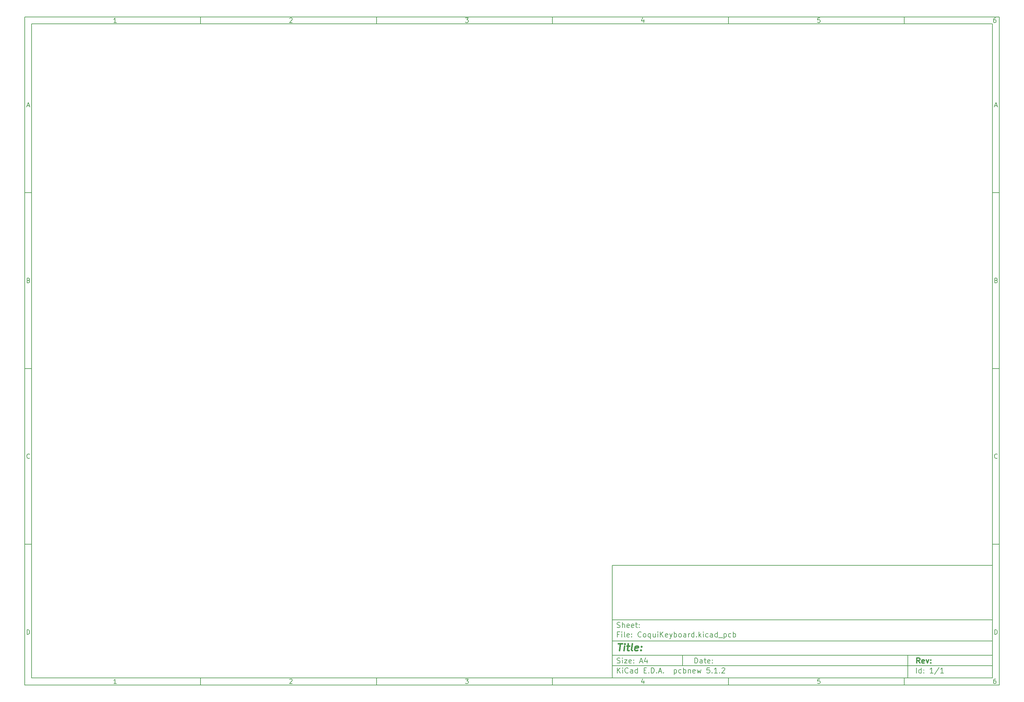
<source format=gbr>
%TF.GenerationSoftware,KiCad,Pcbnew,5.1.2*%
%TF.CreationDate,2019-06-09T19:24:23-04:00*%
%TF.ProjectId,CoquiKeyboard,436f7175-694b-4657-9962-6f6172642e6b,rev?*%
%TF.SameCoordinates,Original*%
%TF.FileFunction,Paste,Top*%
%TF.FilePolarity,Positive*%
%FSLAX46Y46*%
G04 Gerber Fmt 4.6, Leading zero omitted, Abs format (unit mm)*
G04 Created by KiCad (PCBNEW 5.1.2) date 2019-06-09 19:24:23*
%MOMM*%
%LPD*%
G04 APERTURE LIST*
%ADD10C,0.100000*%
%ADD11C,0.150000*%
%ADD12C,0.300000*%
%ADD13C,0.400000*%
G04 APERTURE END LIST*
D10*
D11*
X177002200Y-166007200D02*
X177002200Y-198007200D01*
X285002200Y-198007200D01*
X285002200Y-166007200D01*
X177002200Y-166007200D01*
D10*
D11*
X10000000Y-10000000D02*
X10000000Y-200007200D01*
X287002200Y-200007200D01*
X287002200Y-10000000D01*
X10000000Y-10000000D01*
D10*
D11*
X12000000Y-12000000D02*
X12000000Y-198007200D01*
X285002200Y-198007200D01*
X285002200Y-12000000D01*
X12000000Y-12000000D01*
D10*
D11*
X60000000Y-12000000D02*
X60000000Y-10000000D01*
D10*
D11*
X110000000Y-12000000D02*
X110000000Y-10000000D01*
D10*
D11*
X160000000Y-12000000D02*
X160000000Y-10000000D01*
D10*
D11*
X210000000Y-12000000D02*
X210000000Y-10000000D01*
D10*
D11*
X260000000Y-12000000D02*
X260000000Y-10000000D01*
D10*
D11*
X36065476Y-11588095D02*
X35322619Y-11588095D01*
X35694047Y-11588095D02*
X35694047Y-10288095D01*
X35570238Y-10473809D01*
X35446428Y-10597619D01*
X35322619Y-10659523D01*
D10*
D11*
X85322619Y-10411904D02*
X85384523Y-10350000D01*
X85508333Y-10288095D01*
X85817857Y-10288095D01*
X85941666Y-10350000D01*
X86003571Y-10411904D01*
X86065476Y-10535714D01*
X86065476Y-10659523D01*
X86003571Y-10845238D01*
X85260714Y-11588095D01*
X86065476Y-11588095D01*
D10*
D11*
X135260714Y-10288095D02*
X136065476Y-10288095D01*
X135632142Y-10783333D01*
X135817857Y-10783333D01*
X135941666Y-10845238D01*
X136003571Y-10907142D01*
X136065476Y-11030952D01*
X136065476Y-11340476D01*
X136003571Y-11464285D01*
X135941666Y-11526190D01*
X135817857Y-11588095D01*
X135446428Y-11588095D01*
X135322619Y-11526190D01*
X135260714Y-11464285D01*
D10*
D11*
X185941666Y-10721428D02*
X185941666Y-11588095D01*
X185632142Y-10226190D02*
X185322619Y-11154761D01*
X186127380Y-11154761D01*
D10*
D11*
X236003571Y-10288095D02*
X235384523Y-10288095D01*
X235322619Y-10907142D01*
X235384523Y-10845238D01*
X235508333Y-10783333D01*
X235817857Y-10783333D01*
X235941666Y-10845238D01*
X236003571Y-10907142D01*
X236065476Y-11030952D01*
X236065476Y-11340476D01*
X236003571Y-11464285D01*
X235941666Y-11526190D01*
X235817857Y-11588095D01*
X235508333Y-11588095D01*
X235384523Y-11526190D01*
X235322619Y-11464285D01*
D10*
D11*
X285941666Y-10288095D02*
X285694047Y-10288095D01*
X285570238Y-10350000D01*
X285508333Y-10411904D01*
X285384523Y-10597619D01*
X285322619Y-10845238D01*
X285322619Y-11340476D01*
X285384523Y-11464285D01*
X285446428Y-11526190D01*
X285570238Y-11588095D01*
X285817857Y-11588095D01*
X285941666Y-11526190D01*
X286003571Y-11464285D01*
X286065476Y-11340476D01*
X286065476Y-11030952D01*
X286003571Y-10907142D01*
X285941666Y-10845238D01*
X285817857Y-10783333D01*
X285570238Y-10783333D01*
X285446428Y-10845238D01*
X285384523Y-10907142D01*
X285322619Y-11030952D01*
D10*
D11*
X60000000Y-198007200D02*
X60000000Y-200007200D01*
D10*
D11*
X110000000Y-198007200D02*
X110000000Y-200007200D01*
D10*
D11*
X160000000Y-198007200D02*
X160000000Y-200007200D01*
D10*
D11*
X210000000Y-198007200D02*
X210000000Y-200007200D01*
D10*
D11*
X260000000Y-198007200D02*
X260000000Y-200007200D01*
D10*
D11*
X36065476Y-199595295D02*
X35322619Y-199595295D01*
X35694047Y-199595295D02*
X35694047Y-198295295D01*
X35570238Y-198481009D01*
X35446428Y-198604819D01*
X35322619Y-198666723D01*
D10*
D11*
X85322619Y-198419104D02*
X85384523Y-198357200D01*
X85508333Y-198295295D01*
X85817857Y-198295295D01*
X85941666Y-198357200D01*
X86003571Y-198419104D01*
X86065476Y-198542914D01*
X86065476Y-198666723D01*
X86003571Y-198852438D01*
X85260714Y-199595295D01*
X86065476Y-199595295D01*
D10*
D11*
X135260714Y-198295295D02*
X136065476Y-198295295D01*
X135632142Y-198790533D01*
X135817857Y-198790533D01*
X135941666Y-198852438D01*
X136003571Y-198914342D01*
X136065476Y-199038152D01*
X136065476Y-199347676D01*
X136003571Y-199471485D01*
X135941666Y-199533390D01*
X135817857Y-199595295D01*
X135446428Y-199595295D01*
X135322619Y-199533390D01*
X135260714Y-199471485D01*
D10*
D11*
X185941666Y-198728628D02*
X185941666Y-199595295D01*
X185632142Y-198233390D02*
X185322619Y-199161961D01*
X186127380Y-199161961D01*
D10*
D11*
X236003571Y-198295295D02*
X235384523Y-198295295D01*
X235322619Y-198914342D01*
X235384523Y-198852438D01*
X235508333Y-198790533D01*
X235817857Y-198790533D01*
X235941666Y-198852438D01*
X236003571Y-198914342D01*
X236065476Y-199038152D01*
X236065476Y-199347676D01*
X236003571Y-199471485D01*
X235941666Y-199533390D01*
X235817857Y-199595295D01*
X235508333Y-199595295D01*
X235384523Y-199533390D01*
X235322619Y-199471485D01*
D10*
D11*
X285941666Y-198295295D02*
X285694047Y-198295295D01*
X285570238Y-198357200D01*
X285508333Y-198419104D01*
X285384523Y-198604819D01*
X285322619Y-198852438D01*
X285322619Y-199347676D01*
X285384523Y-199471485D01*
X285446428Y-199533390D01*
X285570238Y-199595295D01*
X285817857Y-199595295D01*
X285941666Y-199533390D01*
X286003571Y-199471485D01*
X286065476Y-199347676D01*
X286065476Y-199038152D01*
X286003571Y-198914342D01*
X285941666Y-198852438D01*
X285817857Y-198790533D01*
X285570238Y-198790533D01*
X285446428Y-198852438D01*
X285384523Y-198914342D01*
X285322619Y-199038152D01*
D10*
D11*
X10000000Y-60000000D02*
X12000000Y-60000000D01*
D10*
D11*
X10000000Y-110000000D02*
X12000000Y-110000000D01*
D10*
D11*
X10000000Y-160000000D02*
X12000000Y-160000000D01*
D10*
D11*
X10690476Y-35216666D02*
X11309523Y-35216666D01*
X10566666Y-35588095D02*
X11000000Y-34288095D01*
X11433333Y-35588095D01*
D10*
D11*
X11092857Y-84907142D02*
X11278571Y-84969047D01*
X11340476Y-85030952D01*
X11402380Y-85154761D01*
X11402380Y-85340476D01*
X11340476Y-85464285D01*
X11278571Y-85526190D01*
X11154761Y-85588095D01*
X10659523Y-85588095D01*
X10659523Y-84288095D01*
X11092857Y-84288095D01*
X11216666Y-84350000D01*
X11278571Y-84411904D01*
X11340476Y-84535714D01*
X11340476Y-84659523D01*
X11278571Y-84783333D01*
X11216666Y-84845238D01*
X11092857Y-84907142D01*
X10659523Y-84907142D01*
D10*
D11*
X11402380Y-135464285D02*
X11340476Y-135526190D01*
X11154761Y-135588095D01*
X11030952Y-135588095D01*
X10845238Y-135526190D01*
X10721428Y-135402380D01*
X10659523Y-135278571D01*
X10597619Y-135030952D01*
X10597619Y-134845238D01*
X10659523Y-134597619D01*
X10721428Y-134473809D01*
X10845238Y-134350000D01*
X11030952Y-134288095D01*
X11154761Y-134288095D01*
X11340476Y-134350000D01*
X11402380Y-134411904D01*
D10*
D11*
X10659523Y-185588095D02*
X10659523Y-184288095D01*
X10969047Y-184288095D01*
X11154761Y-184350000D01*
X11278571Y-184473809D01*
X11340476Y-184597619D01*
X11402380Y-184845238D01*
X11402380Y-185030952D01*
X11340476Y-185278571D01*
X11278571Y-185402380D01*
X11154761Y-185526190D01*
X10969047Y-185588095D01*
X10659523Y-185588095D01*
D10*
D11*
X287002200Y-60000000D02*
X285002200Y-60000000D01*
D10*
D11*
X287002200Y-110000000D02*
X285002200Y-110000000D01*
D10*
D11*
X287002200Y-160000000D02*
X285002200Y-160000000D01*
D10*
D11*
X285692676Y-35216666D02*
X286311723Y-35216666D01*
X285568866Y-35588095D02*
X286002200Y-34288095D01*
X286435533Y-35588095D01*
D10*
D11*
X286095057Y-84907142D02*
X286280771Y-84969047D01*
X286342676Y-85030952D01*
X286404580Y-85154761D01*
X286404580Y-85340476D01*
X286342676Y-85464285D01*
X286280771Y-85526190D01*
X286156961Y-85588095D01*
X285661723Y-85588095D01*
X285661723Y-84288095D01*
X286095057Y-84288095D01*
X286218866Y-84350000D01*
X286280771Y-84411904D01*
X286342676Y-84535714D01*
X286342676Y-84659523D01*
X286280771Y-84783333D01*
X286218866Y-84845238D01*
X286095057Y-84907142D01*
X285661723Y-84907142D01*
D10*
D11*
X286404580Y-135464285D02*
X286342676Y-135526190D01*
X286156961Y-135588095D01*
X286033152Y-135588095D01*
X285847438Y-135526190D01*
X285723628Y-135402380D01*
X285661723Y-135278571D01*
X285599819Y-135030952D01*
X285599819Y-134845238D01*
X285661723Y-134597619D01*
X285723628Y-134473809D01*
X285847438Y-134350000D01*
X286033152Y-134288095D01*
X286156961Y-134288095D01*
X286342676Y-134350000D01*
X286404580Y-134411904D01*
D10*
D11*
X285661723Y-185588095D02*
X285661723Y-184288095D01*
X285971247Y-184288095D01*
X286156961Y-184350000D01*
X286280771Y-184473809D01*
X286342676Y-184597619D01*
X286404580Y-184845238D01*
X286404580Y-185030952D01*
X286342676Y-185278571D01*
X286280771Y-185402380D01*
X286156961Y-185526190D01*
X285971247Y-185588095D01*
X285661723Y-185588095D01*
D10*
D11*
X200434342Y-193785771D02*
X200434342Y-192285771D01*
X200791485Y-192285771D01*
X201005771Y-192357200D01*
X201148628Y-192500057D01*
X201220057Y-192642914D01*
X201291485Y-192928628D01*
X201291485Y-193142914D01*
X201220057Y-193428628D01*
X201148628Y-193571485D01*
X201005771Y-193714342D01*
X200791485Y-193785771D01*
X200434342Y-193785771D01*
X202577200Y-193785771D02*
X202577200Y-193000057D01*
X202505771Y-192857200D01*
X202362914Y-192785771D01*
X202077200Y-192785771D01*
X201934342Y-192857200D01*
X202577200Y-193714342D02*
X202434342Y-193785771D01*
X202077200Y-193785771D01*
X201934342Y-193714342D01*
X201862914Y-193571485D01*
X201862914Y-193428628D01*
X201934342Y-193285771D01*
X202077200Y-193214342D01*
X202434342Y-193214342D01*
X202577200Y-193142914D01*
X203077200Y-192785771D02*
X203648628Y-192785771D01*
X203291485Y-192285771D02*
X203291485Y-193571485D01*
X203362914Y-193714342D01*
X203505771Y-193785771D01*
X203648628Y-193785771D01*
X204720057Y-193714342D02*
X204577200Y-193785771D01*
X204291485Y-193785771D01*
X204148628Y-193714342D01*
X204077200Y-193571485D01*
X204077200Y-193000057D01*
X204148628Y-192857200D01*
X204291485Y-192785771D01*
X204577200Y-192785771D01*
X204720057Y-192857200D01*
X204791485Y-193000057D01*
X204791485Y-193142914D01*
X204077200Y-193285771D01*
X205434342Y-193642914D02*
X205505771Y-193714342D01*
X205434342Y-193785771D01*
X205362914Y-193714342D01*
X205434342Y-193642914D01*
X205434342Y-193785771D01*
X205434342Y-192857200D02*
X205505771Y-192928628D01*
X205434342Y-193000057D01*
X205362914Y-192928628D01*
X205434342Y-192857200D01*
X205434342Y-193000057D01*
D10*
D11*
X177002200Y-194507200D02*
X285002200Y-194507200D01*
D10*
D11*
X178434342Y-196585771D02*
X178434342Y-195085771D01*
X179291485Y-196585771D02*
X178648628Y-195728628D01*
X179291485Y-195085771D02*
X178434342Y-195942914D01*
X179934342Y-196585771D02*
X179934342Y-195585771D01*
X179934342Y-195085771D02*
X179862914Y-195157200D01*
X179934342Y-195228628D01*
X180005771Y-195157200D01*
X179934342Y-195085771D01*
X179934342Y-195228628D01*
X181505771Y-196442914D02*
X181434342Y-196514342D01*
X181220057Y-196585771D01*
X181077200Y-196585771D01*
X180862914Y-196514342D01*
X180720057Y-196371485D01*
X180648628Y-196228628D01*
X180577200Y-195942914D01*
X180577200Y-195728628D01*
X180648628Y-195442914D01*
X180720057Y-195300057D01*
X180862914Y-195157200D01*
X181077200Y-195085771D01*
X181220057Y-195085771D01*
X181434342Y-195157200D01*
X181505771Y-195228628D01*
X182791485Y-196585771D02*
X182791485Y-195800057D01*
X182720057Y-195657200D01*
X182577200Y-195585771D01*
X182291485Y-195585771D01*
X182148628Y-195657200D01*
X182791485Y-196514342D02*
X182648628Y-196585771D01*
X182291485Y-196585771D01*
X182148628Y-196514342D01*
X182077200Y-196371485D01*
X182077200Y-196228628D01*
X182148628Y-196085771D01*
X182291485Y-196014342D01*
X182648628Y-196014342D01*
X182791485Y-195942914D01*
X184148628Y-196585771D02*
X184148628Y-195085771D01*
X184148628Y-196514342D02*
X184005771Y-196585771D01*
X183720057Y-196585771D01*
X183577200Y-196514342D01*
X183505771Y-196442914D01*
X183434342Y-196300057D01*
X183434342Y-195871485D01*
X183505771Y-195728628D01*
X183577200Y-195657200D01*
X183720057Y-195585771D01*
X184005771Y-195585771D01*
X184148628Y-195657200D01*
X186005771Y-195800057D02*
X186505771Y-195800057D01*
X186720057Y-196585771D02*
X186005771Y-196585771D01*
X186005771Y-195085771D01*
X186720057Y-195085771D01*
X187362914Y-196442914D02*
X187434342Y-196514342D01*
X187362914Y-196585771D01*
X187291485Y-196514342D01*
X187362914Y-196442914D01*
X187362914Y-196585771D01*
X188077200Y-196585771D02*
X188077200Y-195085771D01*
X188434342Y-195085771D01*
X188648628Y-195157200D01*
X188791485Y-195300057D01*
X188862914Y-195442914D01*
X188934342Y-195728628D01*
X188934342Y-195942914D01*
X188862914Y-196228628D01*
X188791485Y-196371485D01*
X188648628Y-196514342D01*
X188434342Y-196585771D01*
X188077200Y-196585771D01*
X189577200Y-196442914D02*
X189648628Y-196514342D01*
X189577200Y-196585771D01*
X189505771Y-196514342D01*
X189577200Y-196442914D01*
X189577200Y-196585771D01*
X190220057Y-196157200D02*
X190934342Y-196157200D01*
X190077200Y-196585771D02*
X190577200Y-195085771D01*
X191077200Y-196585771D01*
X191577200Y-196442914D02*
X191648628Y-196514342D01*
X191577200Y-196585771D01*
X191505771Y-196514342D01*
X191577200Y-196442914D01*
X191577200Y-196585771D01*
X194577200Y-195585771D02*
X194577200Y-197085771D01*
X194577200Y-195657200D02*
X194720057Y-195585771D01*
X195005771Y-195585771D01*
X195148628Y-195657200D01*
X195220057Y-195728628D01*
X195291485Y-195871485D01*
X195291485Y-196300057D01*
X195220057Y-196442914D01*
X195148628Y-196514342D01*
X195005771Y-196585771D01*
X194720057Y-196585771D01*
X194577200Y-196514342D01*
X196577200Y-196514342D02*
X196434342Y-196585771D01*
X196148628Y-196585771D01*
X196005771Y-196514342D01*
X195934342Y-196442914D01*
X195862914Y-196300057D01*
X195862914Y-195871485D01*
X195934342Y-195728628D01*
X196005771Y-195657200D01*
X196148628Y-195585771D01*
X196434342Y-195585771D01*
X196577200Y-195657200D01*
X197220057Y-196585771D02*
X197220057Y-195085771D01*
X197220057Y-195657200D02*
X197362914Y-195585771D01*
X197648628Y-195585771D01*
X197791485Y-195657200D01*
X197862914Y-195728628D01*
X197934342Y-195871485D01*
X197934342Y-196300057D01*
X197862914Y-196442914D01*
X197791485Y-196514342D01*
X197648628Y-196585771D01*
X197362914Y-196585771D01*
X197220057Y-196514342D01*
X198577200Y-195585771D02*
X198577200Y-196585771D01*
X198577200Y-195728628D02*
X198648628Y-195657200D01*
X198791485Y-195585771D01*
X199005771Y-195585771D01*
X199148628Y-195657200D01*
X199220057Y-195800057D01*
X199220057Y-196585771D01*
X200505771Y-196514342D02*
X200362914Y-196585771D01*
X200077200Y-196585771D01*
X199934342Y-196514342D01*
X199862914Y-196371485D01*
X199862914Y-195800057D01*
X199934342Y-195657200D01*
X200077200Y-195585771D01*
X200362914Y-195585771D01*
X200505771Y-195657200D01*
X200577200Y-195800057D01*
X200577200Y-195942914D01*
X199862914Y-196085771D01*
X201077200Y-195585771D02*
X201362914Y-196585771D01*
X201648628Y-195871485D01*
X201934342Y-196585771D01*
X202220057Y-195585771D01*
X204648628Y-195085771D02*
X203934342Y-195085771D01*
X203862914Y-195800057D01*
X203934342Y-195728628D01*
X204077200Y-195657200D01*
X204434342Y-195657200D01*
X204577200Y-195728628D01*
X204648628Y-195800057D01*
X204720057Y-195942914D01*
X204720057Y-196300057D01*
X204648628Y-196442914D01*
X204577200Y-196514342D01*
X204434342Y-196585771D01*
X204077200Y-196585771D01*
X203934342Y-196514342D01*
X203862914Y-196442914D01*
X205362914Y-196442914D02*
X205434342Y-196514342D01*
X205362914Y-196585771D01*
X205291485Y-196514342D01*
X205362914Y-196442914D01*
X205362914Y-196585771D01*
X206862914Y-196585771D02*
X206005771Y-196585771D01*
X206434342Y-196585771D02*
X206434342Y-195085771D01*
X206291485Y-195300057D01*
X206148628Y-195442914D01*
X206005771Y-195514342D01*
X207505771Y-196442914D02*
X207577200Y-196514342D01*
X207505771Y-196585771D01*
X207434342Y-196514342D01*
X207505771Y-196442914D01*
X207505771Y-196585771D01*
X208148628Y-195228628D02*
X208220057Y-195157200D01*
X208362914Y-195085771D01*
X208720057Y-195085771D01*
X208862914Y-195157200D01*
X208934342Y-195228628D01*
X209005771Y-195371485D01*
X209005771Y-195514342D01*
X208934342Y-195728628D01*
X208077200Y-196585771D01*
X209005771Y-196585771D01*
D10*
D11*
X177002200Y-191507200D02*
X285002200Y-191507200D01*
D10*
D12*
X264411485Y-193785771D02*
X263911485Y-193071485D01*
X263554342Y-193785771D02*
X263554342Y-192285771D01*
X264125771Y-192285771D01*
X264268628Y-192357200D01*
X264340057Y-192428628D01*
X264411485Y-192571485D01*
X264411485Y-192785771D01*
X264340057Y-192928628D01*
X264268628Y-193000057D01*
X264125771Y-193071485D01*
X263554342Y-193071485D01*
X265625771Y-193714342D02*
X265482914Y-193785771D01*
X265197200Y-193785771D01*
X265054342Y-193714342D01*
X264982914Y-193571485D01*
X264982914Y-193000057D01*
X265054342Y-192857200D01*
X265197200Y-192785771D01*
X265482914Y-192785771D01*
X265625771Y-192857200D01*
X265697200Y-193000057D01*
X265697200Y-193142914D01*
X264982914Y-193285771D01*
X266197200Y-192785771D02*
X266554342Y-193785771D01*
X266911485Y-192785771D01*
X267482914Y-193642914D02*
X267554342Y-193714342D01*
X267482914Y-193785771D01*
X267411485Y-193714342D01*
X267482914Y-193642914D01*
X267482914Y-193785771D01*
X267482914Y-192857200D02*
X267554342Y-192928628D01*
X267482914Y-193000057D01*
X267411485Y-192928628D01*
X267482914Y-192857200D01*
X267482914Y-193000057D01*
D10*
D11*
X178362914Y-193714342D02*
X178577200Y-193785771D01*
X178934342Y-193785771D01*
X179077200Y-193714342D01*
X179148628Y-193642914D01*
X179220057Y-193500057D01*
X179220057Y-193357200D01*
X179148628Y-193214342D01*
X179077200Y-193142914D01*
X178934342Y-193071485D01*
X178648628Y-193000057D01*
X178505771Y-192928628D01*
X178434342Y-192857200D01*
X178362914Y-192714342D01*
X178362914Y-192571485D01*
X178434342Y-192428628D01*
X178505771Y-192357200D01*
X178648628Y-192285771D01*
X179005771Y-192285771D01*
X179220057Y-192357200D01*
X179862914Y-193785771D02*
X179862914Y-192785771D01*
X179862914Y-192285771D02*
X179791485Y-192357200D01*
X179862914Y-192428628D01*
X179934342Y-192357200D01*
X179862914Y-192285771D01*
X179862914Y-192428628D01*
X180434342Y-192785771D02*
X181220057Y-192785771D01*
X180434342Y-193785771D01*
X181220057Y-193785771D01*
X182362914Y-193714342D02*
X182220057Y-193785771D01*
X181934342Y-193785771D01*
X181791485Y-193714342D01*
X181720057Y-193571485D01*
X181720057Y-193000057D01*
X181791485Y-192857200D01*
X181934342Y-192785771D01*
X182220057Y-192785771D01*
X182362914Y-192857200D01*
X182434342Y-193000057D01*
X182434342Y-193142914D01*
X181720057Y-193285771D01*
X183077200Y-193642914D02*
X183148628Y-193714342D01*
X183077200Y-193785771D01*
X183005771Y-193714342D01*
X183077200Y-193642914D01*
X183077200Y-193785771D01*
X183077200Y-192857200D02*
X183148628Y-192928628D01*
X183077200Y-193000057D01*
X183005771Y-192928628D01*
X183077200Y-192857200D01*
X183077200Y-193000057D01*
X184862914Y-193357200D02*
X185577200Y-193357200D01*
X184720057Y-193785771D02*
X185220057Y-192285771D01*
X185720057Y-193785771D01*
X186862914Y-192785771D02*
X186862914Y-193785771D01*
X186505771Y-192214342D02*
X186148628Y-193285771D01*
X187077200Y-193285771D01*
D10*
D11*
X263434342Y-196585771D02*
X263434342Y-195085771D01*
X264791485Y-196585771D02*
X264791485Y-195085771D01*
X264791485Y-196514342D02*
X264648628Y-196585771D01*
X264362914Y-196585771D01*
X264220057Y-196514342D01*
X264148628Y-196442914D01*
X264077200Y-196300057D01*
X264077200Y-195871485D01*
X264148628Y-195728628D01*
X264220057Y-195657200D01*
X264362914Y-195585771D01*
X264648628Y-195585771D01*
X264791485Y-195657200D01*
X265505771Y-196442914D02*
X265577200Y-196514342D01*
X265505771Y-196585771D01*
X265434342Y-196514342D01*
X265505771Y-196442914D01*
X265505771Y-196585771D01*
X265505771Y-195657200D02*
X265577200Y-195728628D01*
X265505771Y-195800057D01*
X265434342Y-195728628D01*
X265505771Y-195657200D01*
X265505771Y-195800057D01*
X268148628Y-196585771D02*
X267291485Y-196585771D01*
X267720057Y-196585771D02*
X267720057Y-195085771D01*
X267577200Y-195300057D01*
X267434342Y-195442914D01*
X267291485Y-195514342D01*
X269862914Y-195014342D02*
X268577200Y-196942914D01*
X271148628Y-196585771D02*
X270291485Y-196585771D01*
X270720057Y-196585771D02*
X270720057Y-195085771D01*
X270577200Y-195300057D01*
X270434342Y-195442914D01*
X270291485Y-195514342D01*
D10*
D11*
X177002200Y-187507200D02*
X285002200Y-187507200D01*
D10*
D13*
X178714580Y-188211961D02*
X179857438Y-188211961D01*
X179036009Y-190211961D02*
X179286009Y-188211961D01*
X180274104Y-190211961D02*
X180440771Y-188878628D01*
X180524104Y-188211961D02*
X180416961Y-188307200D01*
X180500295Y-188402438D01*
X180607438Y-188307200D01*
X180524104Y-188211961D01*
X180500295Y-188402438D01*
X181107438Y-188878628D02*
X181869342Y-188878628D01*
X181476485Y-188211961D02*
X181262200Y-189926247D01*
X181333628Y-190116723D01*
X181512200Y-190211961D01*
X181702676Y-190211961D01*
X182655057Y-190211961D02*
X182476485Y-190116723D01*
X182405057Y-189926247D01*
X182619342Y-188211961D01*
X184190771Y-190116723D02*
X183988390Y-190211961D01*
X183607438Y-190211961D01*
X183428866Y-190116723D01*
X183357438Y-189926247D01*
X183452676Y-189164342D01*
X183571723Y-188973866D01*
X183774104Y-188878628D01*
X184155057Y-188878628D01*
X184333628Y-188973866D01*
X184405057Y-189164342D01*
X184381247Y-189354819D01*
X183405057Y-189545295D01*
X185155057Y-190021485D02*
X185238390Y-190116723D01*
X185131247Y-190211961D01*
X185047914Y-190116723D01*
X185155057Y-190021485D01*
X185131247Y-190211961D01*
X185286009Y-188973866D02*
X185369342Y-189069104D01*
X185262200Y-189164342D01*
X185178866Y-189069104D01*
X185286009Y-188973866D01*
X185262200Y-189164342D01*
D10*
D11*
X178934342Y-185600057D02*
X178434342Y-185600057D01*
X178434342Y-186385771D02*
X178434342Y-184885771D01*
X179148628Y-184885771D01*
X179720057Y-186385771D02*
X179720057Y-185385771D01*
X179720057Y-184885771D02*
X179648628Y-184957200D01*
X179720057Y-185028628D01*
X179791485Y-184957200D01*
X179720057Y-184885771D01*
X179720057Y-185028628D01*
X180648628Y-186385771D02*
X180505771Y-186314342D01*
X180434342Y-186171485D01*
X180434342Y-184885771D01*
X181791485Y-186314342D02*
X181648628Y-186385771D01*
X181362914Y-186385771D01*
X181220057Y-186314342D01*
X181148628Y-186171485D01*
X181148628Y-185600057D01*
X181220057Y-185457200D01*
X181362914Y-185385771D01*
X181648628Y-185385771D01*
X181791485Y-185457200D01*
X181862914Y-185600057D01*
X181862914Y-185742914D01*
X181148628Y-185885771D01*
X182505771Y-186242914D02*
X182577200Y-186314342D01*
X182505771Y-186385771D01*
X182434342Y-186314342D01*
X182505771Y-186242914D01*
X182505771Y-186385771D01*
X182505771Y-185457200D02*
X182577200Y-185528628D01*
X182505771Y-185600057D01*
X182434342Y-185528628D01*
X182505771Y-185457200D01*
X182505771Y-185600057D01*
X185220057Y-186242914D02*
X185148628Y-186314342D01*
X184934342Y-186385771D01*
X184791485Y-186385771D01*
X184577200Y-186314342D01*
X184434342Y-186171485D01*
X184362914Y-186028628D01*
X184291485Y-185742914D01*
X184291485Y-185528628D01*
X184362914Y-185242914D01*
X184434342Y-185100057D01*
X184577200Y-184957200D01*
X184791485Y-184885771D01*
X184934342Y-184885771D01*
X185148628Y-184957200D01*
X185220057Y-185028628D01*
X186077200Y-186385771D02*
X185934342Y-186314342D01*
X185862914Y-186242914D01*
X185791485Y-186100057D01*
X185791485Y-185671485D01*
X185862914Y-185528628D01*
X185934342Y-185457200D01*
X186077200Y-185385771D01*
X186291485Y-185385771D01*
X186434342Y-185457200D01*
X186505771Y-185528628D01*
X186577200Y-185671485D01*
X186577200Y-186100057D01*
X186505771Y-186242914D01*
X186434342Y-186314342D01*
X186291485Y-186385771D01*
X186077200Y-186385771D01*
X187862914Y-185385771D02*
X187862914Y-186885771D01*
X187862914Y-186314342D02*
X187720057Y-186385771D01*
X187434342Y-186385771D01*
X187291485Y-186314342D01*
X187220057Y-186242914D01*
X187148628Y-186100057D01*
X187148628Y-185671485D01*
X187220057Y-185528628D01*
X187291485Y-185457200D01*
X187434342Y-185385771D01*
X187720057Y-185385771D01*
X187862914Y-185457200D01*
X189220057Y-185385771D02*
X189220057Y-186385771D01*
X188577200Y-185385771D02*
X188577200Y-186171485D01*
X188648628Y-186314342D01*
X188791485Y-186385771D01*
X189005771Y-186385771D01*
X189148628Y-186314342D01*
X189220057Y-186242914D01*
X189934342Y-186385771D02*
X189934342Y-185385771D01*
X189934342Y-184885771D02*
X189862914Y-184957200D01*
X189934342Y-185028628D01*
X190005771Y-184957200D01*
X189934342Y-184885771D01*
X189934342Y-185028628D01*
X190648628Y-186385771D02*
X190648628Y-184885771D01*
X191505771Y-186385771D02*
X190862914Y-185528628D01*
X191505771Y-184885771D02*
X190648628Y-185742914D01*
X192720057Y-186314342D02*
X192577200Y-186385771D01*
X192291485Y-186385771D01*
X192148628Y-186314342D01*
X192077200Y-186171485D01*
X192077200Y-185600057D01*
X192148628Y-185457200D01*
X192291485Y-185385771D01*
X192577200Y-185385771D01*
X192720057Y-185457200D01*
X192791485Y-185600057D01*
X192791485Y-185742914D01*
X192077200Y-185885771D01*
X193291485Y-185385771D02*
X193648628Y-186385771D01*
X194005771Y-185385771D02*
X193648628Y-186385771D01*
X193505771Y-186742914D01*
X193434342Y-186814342D01*
X193291485Y-186885771D01*
X194577200Y-186385771D02*
X194577200Y-184885771D01*
X194577200Y-185457200D02*
X194720057Y-185385771D01*
X195005771Y-185385771D01*
X195148628Y-185457200D01*
X195220057Y-185528628D01*
X195291485Y-185671485D01*
X195291485Y-186100057D01*
X195220057Y-186242914D01*
X195148628Y-186314342D01*
X195005771Y-186385771D01*
X194720057Y-186385771D01*
X194577200Y-186314342D01*
X196148628Y-186385771D02*
X196005771Y-186314342D01*
X195934342Y-186242914D01*
X195862914Y-186100057D01*
X195862914Y-185671485D01*
X195934342Y-185528628D01*
X196005771Y-185457200D01*
X196148628Y-185385771D01*
X196362914Y-185385771D01*
X196505771Y-185457200D01*
X196577200Y-185528628D01*
X196648628Y-185671485D01*
X196648628Y-186100057D01*
X196577200Y-186242914D01*
X196505771Y-186314342D01*
X196362914Y-186385771D01*
X196148628Y-186385771D01*
X197934342Y-186385771D02*
X197934342Y-185600057D01*
X197862914Y-185457200D01*
X197720057Y-185385771D01*
X197434342Y-185385771D01*
X197291485Y-185457200D01*
X197934342Y-186314342D02*
X197791485Y-186385771D01*
X197434342Y-186385771D01*
X197291485Y-186314342D01*
X197220057Y-186171485D01*
X197220057Y-186028628D01*
X197291485Y-185885771D01*
X197434342Y-185814342D01*
X197791485Y-185814342D01*
X197934342Y-185742914D01*
X198648628Y-186385771D02*
X198648628Y-185385771D01*
X198648628Y-185671485D02*
X198720057Y-185528628D01*
X198791485Y-185457200D01*
X198934342Y-185385771D01*
X199077200Y-185385771D01*
X200220057Y-186385771D02*
X200220057Y-184885771D01*
X200220057Y-186314342D02*
X200077200Y-186385771D01*
X199791485Y-186385771D01*
X199648628Y-186314342D01*
X199577200Y-186242914D01*
X199505771Y-186100057D01*
X199505771Y-185671485D01*
X199577200Y-185528628D01*
X199648628Y-185457200D01*
X199791485Y-185385771D01*
X200077200Y-185385771D01*
X200220057Y-185457200D01*
X200934342Y-186242914D02*
X201005771Y-186314342D01*
X200934342Y-186385771D01*
X200862914Y-186314342D01*
X200934342Y-186242914D01*
X200934342Y-186385771D01*
X201648628Y-186385771D02*
X201648628Y-184885771D01*
X201791485Y-185814342D02*
X202220057Y-186385771D01*
X202220057Y-185385771D02*
X201648628Y-185957200D01*
X202862914Y-186385771D02*
X202862914Y-185385771D01*
X202862914Y-184885771D02*
X202791485Y-184957200D01*
X202862914Y-185028628D01*
X202934342Y-184957200D01*
X202862914Y-184885771D01*
X202862914Y-185028628D01*
X204220057Y-186314342D02*
X204077200Y-186385771D01*
X203791485Y-186385771D01*
X203648628Y-186314342D01*
X203577200Y-186242914D01*
X203505771Y-186100057D01*
X203505771Y-185671485D01*
X203577200Y-185528628D01*
X203648628Y-185457200D01*
X203791485Y-185385771D01*
X204077200Y-185385771D01*
X204220057Y-185457200D01*
X205505771Y-186385771D02*
X205505771Y-185600057D01*
X205434342Y-185457200D01*
X205291485Y-185385771D01*
X205005771Y-185385771D01*
X204862914Y-185457200D01*
X205505771Y-186314342D02*
X205362914Y-186385771D01*
X205005771Y-186385771D01*
X204862914Y-186314342D01*
X204791485Y-186171485D01*
X204791485Y-186028628D01*
X204862914Y-185885771D01*
X205005771Y-185814342D01*
X205362914Y-185814342D01*
X205505771Y-185742914D01*
X206862914Y-186385771D02*
X206862914Y-184885771D01*
X206862914Y-186314342D02*
X206720057Y-186385771D01*
X206434342Y-186385771D01*
X206291485Y-186314342D01*
X206220057Y-186242914D01*
X206148628Y-186100057D01*
X206148628Y-185671485D01*
X206220057Y-185528628D01*
X206291485Y-185457200D01*
X206434342Y-185385771D01*
X206720057Y-185385771D01*
X206862914Y-185457200D01*
X207220057Y-186528628D02*
X208362914Y-186528628D01*
X208720057Y-185385771D02*
X208720057Y-186885771D01*
X208720057Y-185457200D02*
X208862914Y-185385771D01*
X209148628Y-185385771D01*
X209291485Y-185457200D01*
X209362914Y-185528628D01*
X209434342Y-185671485D01*
X209434342Y-186100057D01*
X209362914Y-186242914D01*
X209291485Y-186314342D01*
X209148628Y-186385771D01*
X208862914Y-186385771D01*
X208720057Y-186314342D01*
X210720057Y-186314342D02*
X210577200Y-186385771D01*
X210291485Y-186385771D01*
X210148628Y-186314342D01*
X210077200Y-186242914D01*
X210005771Y-186100057D01*
X210005771Y-185671485D01*
X210077200Y-185528628D01*
X210148628Y-185457200D01*
X210291485Y-185385771D01*
X210577200Y-185385771D01*
X210720057Y-185457200D01*
X211362914Y-186385771D02*
X211362914Y-184885771D01*
X211362914Y-185457200D02*
X211505771Y-185385771D01*
X211791485Y-185385771D01*
X211934342Y-185457200D01*
X212005771Y-185528628D01*
X212077200Y-185671485D01*
X212077200Y-186100057D01*
X212005771Y-186242914D01*
X211934342Y-186314342D01*
X211791485Y-186385771D01*
X211505771Y-186385771D01*
X211362914Y-186314342D01*
D10*
D11*
X177002200Y-181507200D02*
X285002200Y-181507200D01*
D10*
D11*
X178362914Y-183614342D02*
X178577200Y-183685771D01*
X178934342Y-183685771D01*
X179077200Y-183614342D01*
X179148628Y-183542914D01*
X179220057Y-183400057D01*
X179220057Y-183257200D01*
X179148628Y-183114342D01*
X179077200Y-183042914D01*
X178934342Y-182971485D01*
X178648628Y-182900057D01*
X178505771Y-182828628D01*
X178434342Y-182757200D01*
X178362914Y-182614342D01*
X178362914Y-182471485D01*
X178434342Y-182328628D01*
X178505771Y-182257200D01*
X178648628Y-182185771D01*
X179005771Y-182185771D01*
X179220057Y-182257200D01*
X179862914Y-183685771D02*
X179862914Y-182185771D01*
X180505771Y-183685771D02*
X180505771Y-182900057D01*
X180434342Y-182757200D01*
X180291485Y-182685771D01*
X180077200Y-182685771D01*
X179934342Y-182757200D01*
X179862914Y-182828628D01*
X181791485Y-183614342D02*
X181648628Y-183685771D01*
X181362914Y-183685771D01*
X181220057Y-183614342D01*
X181148628Y-183471485D01*
X181148628Y-182900057D01*
X181220057Y-182757200D01*
X181362914Y-182685771D01*
X181648628Y-182685771D01*
X181791485Y-182757200D01*
X181862914Y-182900057D01*
X181862914Y-183042914D01*
X181148628Y-183185771D01*
X183077200Y-183614342D02*
X182934342Y-183685771D01*
X182648628Y-183685771D01*
X182505771Y-183614342D01*
X182434342Y-183471485D01*
X182434342Y-182900057D01*
X182505771Y-182757200D01*
X182648628Y-182685771D01*
X182934342Y-182685771D01*
X183077200Y-182757200D01*
X183148628Y-182900057D01*
X183148628Y-183042914D01*
X182434342Y-183185771D01*
X183577200Y-182685771D02*
X184148628Y-182685771D01*
X183791485Y-182185771D02*
X183791485Y-183471485D01*
X183862914Y-183614342D01*
X184005771Y-183685771D01*
X184148628Y-183685771D01*
X184648628Y-183542914D02*
X184720057Y-183614342D01*
X184648628Y-183685771D01*
X184577200Y-183614342D01*
X184648628Y-183542914D01*
X184648628Y-183685771D01*
X184648628Y-182757200D02*
X184720057Y-182828628D01*
X184648628Y-182900057D01*
X184577200Y-182828628D01*
X184648628Y-182757200D01*
X184648628Y-182900057D01*
D10*
D11*
X197002200Y-191507200D02*
X197002200Y-194507200D01*
D10*
D11*
X261002200Y-191507200D02*
X261002200Y-198007200D01*
M02*

</source>
